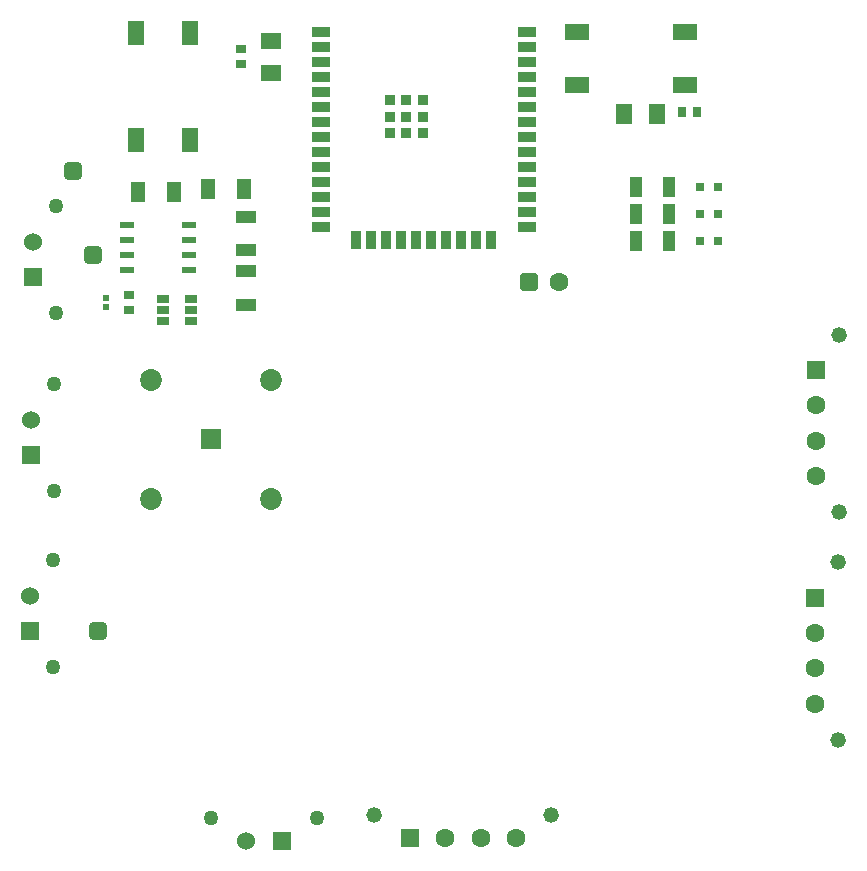
<source format=gbr>
%TF.GenerationSoftware,Altium Limited,Altium Designer,22.9.1 (49)*%
G04 Layer_Color=255*
%FSLAX23Y23*%
%MOIN*%
%TF.SameCoordinates,7E49B892-F471-4493-957F-970E4ADD815D*%
%TF.FilePolarity,Positive*%
%TF.FileFunction,Pads,Top*%
%TF.Part,Single*%
G01*
G75*
%TA.AperFunction,SMDPad,CuDef*%
%ADD10R,0.083X0.055*%
%ADD11R,0.049X0.071*%
G04:AMPARAMS|DCode=12|XSize=60mil|YSize=60mil|CornerRadius=15mil|HoleSize=0mil|Usage=FLASHONLY|Rotation=0.000|XOffset=0mil|YOffset=0mil|HoleType=Round|Shape=RoundedRectangle|*
%AMROUNDEDRECTD12*
21,1,0.060,0.030,0,0,0.0*
21,1,0.030,0.060,0,0,0.0*
1,1,0.030,0.015,-0.015*
1,1,0.030,-0.015,-0.015*
1,1,0.030,-0.015,0.015*
1,1,0.030,0.015,0.015*
%
%ADD12ROUNDEDRECTD12*%
%ADD13R,0.069X0.055*%
%ADD14R,0.067X0.041*%
%ADD15R,0.043X0.026*%
G04:AMPARAMS|DCode=16|XSize=22mil|YSize=49mil|CornerRadius=2mil|HoleSize=0mil|Usage=FLASHONLY|Rotation=90.000|XOffset=0mil|YOffset=0mil|HoleType=Round|Shape=RoundedRectangle|*
%AMROUNDEDRECTD16*
21,1,0.022,0.045,0,0,90.0*
21,1,0.018,0.049,0,0,90.0*
1,1,0.004,0.023,0.009*
1,1,0.004,0.023,-0.009*
1,1,0.004,-0.023,-0.009*
1,1,0.004,-0.023,0.009*
%
%ADD16ROUNDEDRECTD16*%
%ADD17R,0.032X0.030*%
%ADD18R,0.020X0.022*%
%ADD19R,0.055X0.069*%
%ADD20R,0.030X0.032*%
%ADD21R,0.031X0.031*%
%ADD22R,0.043X0.065*%
%TA.AperFunction,BGAPad,SMDef*%
%ADD23R,0.035X0.035*%
%TA.AperFunction,SMDPad,CuDef*%
%ADD24R,0.059X0.035*%
%ADD25R,0.035X0.059*%
%ADD26R,0.055X0.083*%
%TA.AperFunction,ComponentPad*%
%ADD28C,0.073*%
%ADD29R,0.067X0.067*%
%ADD30R,0.063X0.063*%
%ADD31C,0.063*%
%ADD32C,0.052*%
%ADD33C,0.050*%
%ADD34C,0.060*%
%ADD35R,0.060X0.060*%
%ADD36R,0.060X0.060*%
%ADD37R,0.063X0.063*%
%ADD38C,0.063*%
G04:AMPARAMS|DCode=39|XSize=63mil|YSize=63mil|CornerRadius=16mil|HoleSize=0mil|Usage=FLASHONLY|Rotation=0.000|XOffset=0mil|YOffset=0mil|HoleType=Round|Shape=RoundedRectangle|*
%AMROUNDEDRECTD39*
21,1,0.063,0.031,0,0,0.0*
21,1,0.031,0.063,0,0,0.0*
1,1,0.031,0.016,-0.016*
1,1,0.031,-0.016,-0.016*
1,1,0.031,-0.016,0.016*
1,1,0.031,0.016,0.016*
%
%ADD39ROUNDEDRECTD39*%
D10*
X3121Y3796D02*
D03*
X3479D02*
D03*
X3121Y3974D02*
D03*
X3479D02*
D03*
D11*
X2010Y3450D02*
D03*
X1890D02*
D03*
X1775Y3440D02*
D03*
X1655D02*
D03*
D12*
X1522Y1975D02*
D03*
X1505Y3230D02*
D03*
X1440Y3510D02*
D03*
D13*
X2100Y3835D02*
D03*
Y3943D02*
D03*
D14*
X2015Y3357D02*
D03*
Y3245D02*
D03*
Y3063D02*
D03*
Y3175D02*
D03*
D15*
X1740Y3082D02*
D03*
Y3045D02*
D03*
Y3008D02*
D03*
X1834D02*
D03*
Y3045D02*
D03*
Y3082D02*
D03*
D16*
X1825Y3180D02*
D03*
Y3230D02*
D03*
Y3280D02*
D03*
Y3330D02*
D03*
X1618Y3180D02*
D03*
Y3230D02*
D03*
Y3280D02*
D03*
Y3330D02*
D03*
D17*
X1625Y3045D02*
D03*
Y3095D02*
D03*
X2000Y3915D02*
D03*
Y3865D02*
D03*
D18*
X1550Y3085D02*
D03*
Y3055D02*
D03*
D19*
X3277Y3700D02*
D03*
X3385D02*
D03*
D20*
X3470Y3705D02*
D03*
X3519D02*
D03*
D21*
X3590Y3455D02*
D03*
X3530D02*
D03*
X3590Y3365D02*
D03*
X3530D02*
D03*
X3590Y3275D02*
D03*
X3531D02*
D03*
D22*
X3427Y3365D02*
D03*
X3315D02*
D03*
X3427Y3275D02*
D03*
X3315D02*
D03*
X3427Y3455D02*
D03*
X3315D02*
D03*
D23*
X2605Y3635D02*
D03*
X2550D02*
D03*
X2495D02*
D03*
X2605Y3745D02*
D03*
X2550D02*
D03*
X2495D02*
D03*
X2550Y3690D02*
D03*
X2605D02*
D03*
X2495D02*
D03*
D24*
X2954Y3973D02*
D03*
Y3923D02*
D03*
Y3873D02*
D03*
Y3823D02*
D03*
Y3773D02*
D03*
Y3723D02*
D03*
Y3673D02*
D03*
Y3623D02*
D03*
Y3573D02*
D03*
Y3523D02*
D03*
Y3473D02*
D03*
Y3423D02*
D03*
Y3373D02*
D03*
Y3323D02*
D03*
X2265D02*
D03*
Y3373D02*
D03*
Y3423D02*
D03*
Y3473D02*
D03*
Y3523D02*
D03*
Y3573D02*
D03*
Y3623D02*
D03*
Y3673D02*
D03*
Y3723D02*
D03*
Y3773D02*
D03*
Y3823D02*
D03*
Y3873D02*
D03*
Y3923D02*
D03*
Y3973D02*
D03*
D25*
X2834Y3280D02*
D03*
X2784D02*
D03*
X2734D02*
D03*
X2684D02*
D03*
X2634D02*
D03*
X2584D02*
D03*
X2534D02*
D03*
X2484D02*
D03*
X2434D02*
D03*
X2384D02*
D03*
D26*
X1829Y3611D02*
D03*
Y3969D02*
D03*
X1651Y3611D02*
D03*
Y3969D02*
D03*
D28*
X2099Y2416D02*
D03*
X1701D02*
D03*
X2099Y2814D02*
D03*
X1701D02*
D03*
D29*
X1900Y2615D02*
D03*
D30*
X3913Y2087D02*
D03*
X3915Y2846D02*
D03*
D31*
X3913Y1969D02*
D03*
Y1851D02*
D03*
Y1733D02*
D03*
X3915Y2728D02*
D03*
Y2610D02*
D03*
Y2492D02*
D03*
X2916Y1285D02*
D03*
X2798D02*
D03*
X2680D02*
D03*
D32*
X3990Y1614D02*
D03*
Y2205D02*
D03*
X3992Y2374D02*
D03*
Y2964D02*
D03*
X2444Y1362D02*
D03*
X3034D02*
D03*
D33*
X1377Y2798D02*
D03*
Y2444D02*
D03*
X1899Y1352D02*
D03*
X2253D02*
D03*
X1382Y3391D02*
D03*
Y3037D02*
D03*
X1372Y2211D02*
D03*
Y1857D02*
D03*
D34*
X1300Y2680D02*
D03*
X2017Y1275D02*
D03*
X1305Y3273D02*
D03*
X1295Y2093D02*
D03*
D35*
X1300Y2562D02*
D03*
X1305Y3155D02*
D03*
X1295Y1975D02*
D03*
D36*
X2135Y1275D02*
D03*
D37*
X2562Y1285D02*
D03*
D38*
X3060Y3140D02*
D03*
D39*
X2960D02*
D03*
%TF.MD5,551402b6cfc693c52435cfe0d1f55149*%
M02*

</source>
